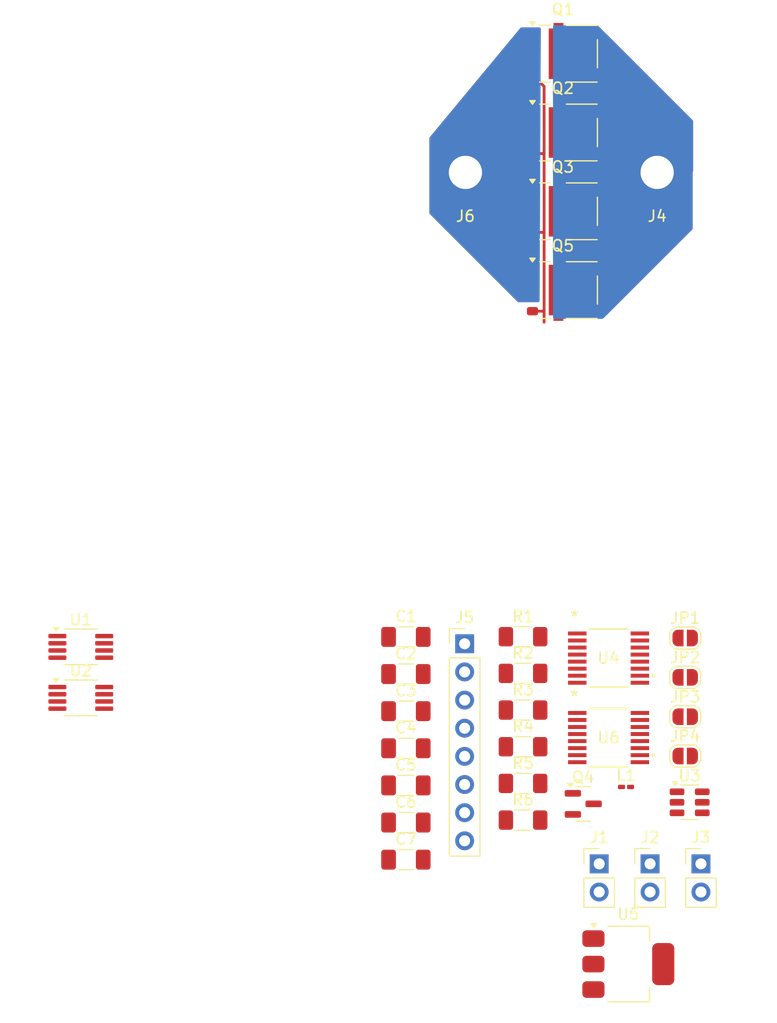
<source format=kicad_pcb>
(kicad_pcb (version 20241229) (generator "pcbnew") (generator_version "9.0")
  (layers (0 "F.Cu" signal) (2 "B.Cu" signal) (13 "F.Paste" user) (15 "B.Paste" user) (5 "F.SilkS" user "F.Silkscreen") (7 "B.SilkS" user "B.Silkscreen") (1 "F.Mask" user) (3 "B.Mask" user) (25 "Edge.Cuts" user))
  (net 0 "")
  (net 1 "Net-(U3-BST)")
  (net 2 "Net-(U3-SW)")
  (net 3 "Net-(J1-Pin_2)")
  (net 4 "GND")
  (net 5 "+5V")
  (net 6 "/Vio")
  (net 7 "Net-(J2-Pin_1)")
  (net 8 "Net-(J2-Pin_2)")
  (net 9 "Net-(J3-Pin_2)")
  (net 10 "Net-(J3-Pin_1)")
  (net 11 "/ADC2 SDO RDY")
  (net 12 "/SCK")
  (net 13 "/ADC2 CS")
  (net 14 "/ADC1 SDO RDY")
  (net 15 "/En{slash}Disable HS switch")
  (net 16 "/ADC1 CS")
  (net 17 "Net-(JP1-A)")
  (net 18 "Net-(JP2-B)")
  (net 19 "Net-(JP3-B)")
  (net 20 "Net-(JP4-A)")
  (net 21 "Net-(Q1-G)")
  (net 22 "/HS active")
  (net 23 "Net-(U4-EN1)")
  (net 24 "Net-(U4-EN2)")
  (net 25 "Net-(U6-EN2)")
  (net 27 "Net-(U1-SCK)")
  (net 28 "Net-(U1-SDO{slash}~{RDY})")
  (net 29 "Net-(U1-~{CS})")
  (net 30 "Net-(U2-SDO{slash}~{RDY})")
  (net 31 "Net-(U2-~{CS})")
  (net 37 "/+5Vref")
  (net 38 "/DCPS+")
  (net 39 "/HC out")
  (footprint "MountingHole:MountingHole_3mm_Pad_TopBottom" (layer "F.Cu") (at 129.6 64.080003 180)
    (property "Reference" "J4" (at 0 -3.95 0) (layer "F.SilkS"))
    (property "Value" "DCPS+")
    (pad "1" thru_hole circle (at 0 0 180) (size 3.4 3.4) (drill 3) (layers "*.Cu" "*.Mask") (net 38 "/DCPS+"))
    (pad "1" connect circle (at 0 0 180) (size 6 6) (layers "F.Cu" "F.Mask") (net 38 "/DCPS+"))
    (pad "1" connect circle (at 0 0 180) (size 6 6) (layers "B.Cu" "B.Mask") (net 38 "/DCPS+"))
  )
  (footprint "Capacitor_SMD:C_1206_3216Metric_Pad1.33x1.80mm_HandSolder" (layer "F.Cu") (at 106.93 112.7)
    (property "Reference" "C3" (at 0 -1.85 0) (layer "F.SilkS"))
    (property "Value" "22u")
    (fp_line (start -0.711252 -0.91) (end 0.711252 -0.91) (stroke (width 0.12)) (layer "F.SilkS"))
    (fp_line (start -0.711252 0.91) (end 0.711252 0.91) (stroke (width 0.12)) (layer "F.SilkS"))
    (pad "1" smd roundrect (at -1.5625 0) (size 1.325 1.8) (layers "F.Cu" "F.Mask" "F.Paste") (roundrect_rratio 0.188679) (net 4 "GND"))
    (pad "2" smd roundrect (at 1.5625 0) (size 1.325 1.8) (layers "F.Cu" "F.Mask" "F.Paste") (roundrect_rratio 0.188679) (net 5 "+5V"))
  )
  (footprint "Jumper:SolderJumper-2_P1.3mm_Open_RoundedPad1.0x1.5mm" (layer "F.Cu") (at 132.13 113.2)
    (property "Reference" "JP3" (at 0 -1.8 0) (layer "F.SilkS"))
    (property "Value" "SolderJumper_2_Open")
    (fp_line (start -1.4 0.3) (end -1.4 -0.3) (stroke (width 0.12)) (layer "F.SilkS"))
    (fp_line (start -0.7 -1) (end 0.7 -1) (stroke (width 0.12)) (layer "F.SilkS"))
    (fp_line (start 0.7 1) (end -0.7 1) (stroke (width 0.12)) (layer "F.SilkS"))
    (fp_line (start 1.4 -0.3) (end 1.4 0.3) (stroke (width 0.12)) (layer "F.SilkS"))
    (fp_arc (start -1.4 -0.3) (mid -1.194975 -0.794975) (end -0.7 -1) (stroke (width 0.12)) (layer "F.SilkS"))
    (fp_arc (start -0.7 1) (mid -1.194975 0.794975) (end -1.4 0.3) (stroke (width 0.12)) (layer "F.SilkS"))
    (fp_arc (start 0.7 -1) (mid 1.194975 -0.794975) (end 1.4 -0.3) (stroke (width 0.12)) (layer "F.SilkS"))
    (fp_arc (start 1.4 0.3) (mid 1.194975 0.794975) (end 0.7 1) (stroke (width 0.12)) (layer "F.SilkS"))
    (pad "1" smd custom (at -0.65 0) (size 1 0.5) (layers "F.Cu" "F.Mask") (net 7 "Net-(J2-Pin_1)") (options (clearance outline) (anchor rect)) (primitives (gr_circle (center 0 0.25) (end 0.5 0.25) (width 0) (fill yes)) (gr_circle (center 0 -0.25) (end 0.5 -0.25) (width 0) (fill yes)) (gr_poly (pts (xy 0.5 0.75) (xy 0 0.75) (xy 0 -0.75) (xy 0.5 -0.75)) (width 0) (fill yes))))
    (pad "2" smd custom (at 0.65 0) (size 1 0.5) (layers "F.Cu" "F.Mask") (net 19 "Net-(JP3-B)") (options (clearance outline) (anchor rect)) (primitives (gr_circle (center 0 0.25) (end 0.5 0.25) (width 0) (fill yes)) (gr_circle (center 0 -0.25) (end 0.5 -0.25) (width 0) (fill yes)) (gr_poly (pts (xy 0 0.75) (xy -0.5 0.75) (xy -0.5 -0.75) (xy 0 -0.75)) (width 0) (fill yes))))
  )
  (footprint "Jumper:SolderJumper-2_P1.3mm_Open_RoundedPad1.0x1.5mm" (layer "F.Cu") (at 132.13 106.1)
    (property "Reference" "JP1" (at 0 -1.8 0) (layer "F.SilkS"))
    (property "Value" "SolderJumper_2_Open")
    (fp_line (start -1.4 0.3) (end -1.4 -0.3) (stroke (width 0.12)) (layer "F.SilkS"))
    (fp_line (start -0.7 -1) (end 0.7 -1) (stroke (width 0.12)) (layer "F.SilkS"))
    (fp_line (start 0.7 1) (end -0.7 1) (stroke (width 0.12)) (layer "F.SilkS"))
    (fp_line (start 1.4 -0.3) (end 1.4 0.3) (stroke (width 0.12)) (layer "F.SilkS"))
    (fp_arc (start -1.4 -0.3) (mid -1.194975 -0.794975) (end -0.7 -1) (stroke (width 0.12)) (layer "F.SilkS"))
    (fp_arc (start -0.7 1) (mid -1.194975 0.794975) (end -1.4 0.3) (stroke (width 0.12)) (layer "F.SilkS"))
    (fp_arc (start 0.7 -1) (mid 1.194975 -0.794975) (end 1.4 -0.3) (stroke (width 0.12)) (layer "F.SilkS"))
    (fp_arc (start 1.4 0.3) (mid 1.194975 0.794975) (end 0.7 1) (stroke (width 0.12)) (layer "F.SilkS"))
    (pad "1" smd custom (at -0.65 0) (size 1 0.5) (layers "F.Cu" "F.Mask") (net 17 "Net-(JP1-A)") (options (clearance outline) (anchor rect)) (primitives (gr_circle (center 0 0.25) (end 0.5 0.25) (width 0) (fill yes)) (gr_circle (center 0 -0.25) (end 0.5 -0.25) (width 0) (fill yes)) (gr_poly (pts (xy 0.5 0.75) (xy 0 0.75) (xy 0 -0.75) (xy 0.5 -0.75)) (width 0) (fill yes))))
    (pad "2" smd custom (at 0.65 0) (size 1 0.5) (layers "F.Cu" "F.Mask") (net 9 "Net-(J3-Pin_2)") (options (clearance outline) (anchor rect)) (primitives (gr_circle (center 0 0.25) (end 0.5 0.25) (width 0) (fill yes)) (gr_circle (center 0 -0.25) (end 0.5 -0.25) (width 0) (fill yes)) (gr_poly (pts (xy 0 0.75) (xy -0.5 0.75) (xy -0.5 -0.75) (xy 0 -0.75)) (width 0) (fill yes))))
  )
  (footprint "Resistor_SMD:R_1206_3216Metric_Pad1.30x1.75mm_HandSolder" (layer "F.Cu") (at 117.5 115.91)
    (property "Reference" "R4" (at 0 -1.83 0) (layer "F.SilkS"))
    (property "Value" "~50k")
    (fp_line (start -0.727064 -0.91) (end 0.727064 -0.91) (stroke (width 0.12)) (layer "F.SilkS"))
    (fp_line (start -0.727064 0.91) (end 0.727064 0.91) (stroke (width 0.12)) (layer "F.SilkS"))
    (pad "1" smd roundrect (at -1.55 0) (size 1.3 1.75) (layers "F.Cu" "F.Mask" "F.Paste") (roundrect_rratio 0.192308) (net 25 "Net-(U6-EN2)"))
    (pad "2" smd roundrect (at 1.55 0) (size 1.3 1.75) (layers "F.Cu" "F.Mask" "F.Paste") (roundrect_rratio 0.192308) (net 5 "+5V"))
  )
  (footprint "Resistor_SMD:R_1206_3216Metric_Pad1.30x1.75mm_HandSolder" (layer "F.Cu") (at 117.5 119.22)
    (property "Reference" "R5" (at 0 -1.83 0) (layer "F.SilkS"))
    (property "Value" "~50k")
    (fp_line (start -0.727064 -0.91) (end 0.727064 -0.91) (stroke (width 0.12)) (layer "F.SilkS"))
    (fp_line (start -0.727064 0.91) (end 0.727064 0.91) (stroke (width 0.12)) (layer "F.SilkS"))
    (pad "1" smd roundrect (at -1.55 0) (size 1.3 1.75) (layers "F.Cu" "F.Mask" "F.Paste") (roundrect_rratio 0.192308) (net 6 "/Vio"))
    (pad "2" smd roundrect (at 1.55 0) (size 1.3 1.75) (layers "F.Cu" "F.Mask" "F.Paste") (roundrect_rratio 0.192308))
  )
  (footprint "Capacitor_SMD:C_1206_3216Metric_Pad1.33x1.80mm_HandSolder" (layer "F.Cu") (at 106.93 122.75)
    (property "Reference" "C6" (at 0 -1.85 0) (layer "F.SilkS"))
    (property "Value" "100n")
    (fp_line (start -0.711252 -0.91) (end 0.711252 -0.91) (stroke (width 0.12)) (layer "F.SilkS"))
    (fp_line (start -0.711252 0.91) (end 0.711252 0.91) (stroke (width 0.12)) (layer "F.SilkS"))
    (pad "1" smd roundrect (at -1.5625 0) (size 1.325 1.8) (layers "F.Cu" "F.Mask" "F.Paste") (roundrect_rratio 0.188679) (net 4 "GND"))
    (pad "2" smd roundrect (at 1.5625 0) (size 1.325 1.8) (layers "F.Cu" "F.Mask" "F.Paste") (roundrect_rratio 0.188679) (net 37 "/+5Vref"))
  )
  (footprint "Jumper:SolderJumper-2_P1.3mm_Open_RoundedPad1.0x1.5mm" (layer "F.Cu") (at 132.13 109.65)
    (property "Reference" "JP2" (at 0 -1.8 0) (layer "F.SilkS"))
    (property "Value" "SolderJumper_2_Open")
    (fp_line (start -1.4 0.3) (end -1.4 -0.3) (stroke (width 0.12)) (layer "F.SilkS"))
    (fp_line (start -0.7 -1) (end 0.7 -1) (stroke (width 0.12)) (layer "F.SilkS"))
    (fp_line (start 0.7 1) (end -0.7 1) (stroke (width 0.12)) (layer "F.SilkS"))
    (fp_line (start 1.4 -0.3) (end 1.4 0.3) (stroke (width 0.12)) (layer "F.SilkS"))
    (fp_arc (start -1.4 -0.3) (mid -1.194975 -0.794975) (end -0.7 -1) (stroke (width 0.12)) (layer "F.SilkS"))
    (fp_arc (start -0.7 1) (mid -1.194975 0.794975) (end -1.4 0.3) (stroke (width 0.12)) (layer "F.SilkS"))
    (fp_arc (start 0.7 -1) (mid 1.194975 -0.794975) (end 1.4 -0.3) (stroke (width 0.12)) (layer "F.SilkS"))
    (fp_arc (start 1.4 0.3) (mid 1.194975 0.794975) (end 0.7 1) (stroke (width 0.12)) (layer "F.SilkS"))
    (pad "1" smd custom (at -0.65 0) (size 1 0.5) (layers "F.Cu" "F.Mask") (net 10 "Net-(J3-Pin_1)") (options (clearance outline) (anchor rect)) (primitives (gr_circle (center 0 0.25) (end 0.5 0.25) (width 0) (fill yes)) (gr_circle (center 0 -0.25) (end 0.5 -0.25) (width 0) (fill yes)) (gr_poly (pts (xy 0.5 0.75) (xy 0 0.75) (xy 0 -0.75) (xy 0.5 -0.75)) (width 0) (fill yes))))
    (pad "2" smd custom (at 0.65 0) (size 1 0.5) (layers "F.Cu" "F.Mask") (net 18 "Net-(JP2-B)") (options (clearance outline) (anchor rect)) (primitives (gr_circle (center 0 0.25) (end 0.5 0.25) (width 0) (fill yes)) (gr_circle (center 0 -0.25) (end 0.5 -0.25) (width 0) (fill yes)) (gr_poly (pts (xy 0 0.75) (xy -0.5 0.75) (xy -0.5 -0.75) (xy 0 -0.75)) (width 0) (fill yes))))
  )
  (footprint "Package_SO:ONSemi_SO-8FL_488AA" (layer "F.Cu") (at 121.099998 60.480003)
    (property "Reference" "Q2" (at 0 -4 0) (layer "F.SilkS"))
    (property "Value" "NTMFS0D8N03C")
    (fp_line (start -1.11825 -2.56) (end -2.10325 -2.56) (stroke (width 0.12)) (layer "F.SilkS"))
    (fp_line (start -1.11825 2.56) (end -2.10325 2.56) (stroke (width 0.12)) (layer "F.SilkS"))
    (fp_line (start 3.07775 -2.559999) (end 0.30775 -2.559999) (stroke (width 0.12)) (layer "F.SilkS"))
    (fp_line (start 3.07775 2.559999) (end 0.30775 2.559999) (stroke (width 0.12)) (layer "F.SilkS"))
    (fp_line (start 3.10775 -1.270001) (end 3.10775 1.270001) (stroke (width 0.12)) (layer "F.SilkS"))
    (fp_poly (pts (xy -2.75 -2.55) (xy -2.51 -2.880001) (xy -2.99 -2.88) (xy -2.75 -2.55)) (stroke (width 0.12)) (fill yes) (layer "F.SilkS"))
    (pad "1" smd roundrect (at -2.747251 -1.905) (size 1 0.75) (layers "F.Cu" "F.Mask" "F.Paste") (net 39 "/HC out"))
    (pad "2" smd roundrect (at -2.74725 -0.635) (size 1 0.75) (layers "F.Cu" "F.Mask" "F.Paste") (net 39 "/HC out"))
    (pad "3" smd roundrect (at -2.74725 0.635) (size 1 0.75) (layers "F.Cu" "F.Mask" "F.Paste") (net 39 "/HC out"))
    (pad "4" smd roundrect (at -2.747251 1.905) (size 1 0.75) (layers "F.Cu" "F.Mask" "F.Paste") (net 21 "Net-(Q1-G)"))
    (pad "5" smd custom (at 0.745001 0) (size 4.055 4.56) (layers "F.Cu" "F.Mask" "F.Paste") (net 38 "/DCPS+") (options (clearance outline) (anchor rect)) (primitives (gr_poly (pts (xy -0.6975 -2.28) (xy 2.5025 -2.28) (xy 2.5025 -1.53) (xy 1.905 -1.53) (xy 1.905 1.53) (xy 2.5025 1.53) (xy 2.5025 2.28) (xy -0.6975 2.28) (xy -0.6975 2.775) (xy -1.6025 2.775) (xy -1.6025 -2.775) (xy -0.6975 -2.775)) (width 0) (fill yes))))
  )
  (footprint "Resistor_SMD:R_1206_3216Metric_Pad1.30x1.75mm_HandSolder" (layer "F.Cu") (at 117.5 122.53)
    (property "Reference" "R6" (at 0 -1.83 0) (layer "F.SilkS"))
    (property "Value" "~50k")
    (fp_line (start -0.727064 -0.91) (end 0.727064 -0.91) (stroke (width 0.12)) (layer "F.SilkS"))
    (fp_line (start -0.727064 0.91) (end 0.727064 0.91) (stroke (width 0.12)) (layer "F.SilkS"))
    (pad "1" smd roundrect (at -1.55 0) (size 1.3 1.75) (layers "F.Cu" "F.Mask" "F.Paste") (roundrect_rratio 0.192308) (net 4 "GND"))
    (pad "2" smd roundrect (at 1.55 0) (size 1.3 1.75) (layers "F.Cu" "F.Mask" "F.Paste") (roundrect_rratio 0.192308) (net 22 "/HS active"))
  )
  (footprint "Jumper:SolderJumper-2_P1.3mm_Open_RoundedPad1.0x1.5mm" (layer "F.Cu") (at 132.13 116.75)
    (property "Reference" "JP4" (at 0 -1.8 0) (layer "F.SilkS"))
    (property "Value" "SolderJumper_2_Open")
    (fp_line (start -1.4 0.3) (end -1.4 -0.3) (stroke (width 0.12)) (layer "F.SilkS"))
    (fp_line (start -0.7 -1) (end 0.7 -1) (stroke (width 0.12)) (layer "F.SilkS"))
    (fp_line (start 0.7 1) (end -0.7 1) (stroke (width 0.12)) (layer "F.SilkS"))
    (fp_line (start 1.4 -0.3) (end 1.4 0.3) (stroke (width 0.12)) (layer "F.SilkS"))
    (fp_arc (start -1.4 -0.3) (mid -1.194975 -0.794975) (end -0.7 -1) (stroke (width 0.12)) (layer "F.SilkS"))
    (fp_arc (start -0.7 1) (mid -1.194975 0.794975) (end -1.4 0.3) (stroke (width 0.12)) (layer "F.SilkS"))
    (fp_arc (start 0.7 -1) (mid 1.194975 -0.794975) (end 1.4 -0.3) (stroke (width 0.12)) (layer "F.SilkS"))
    (fp_arc (start 1.4 0.3) (mid 1.194975 0.794975) (end 0.7 1) (stroke (width 0.12)) (layer "F.SilkS"))
    (pad "1" smd custom (at -0.65 0) (size 1 0.5) (layers "F.Cu" "F.Mask") (net 20 "Net-(JP4-A)") (options (clearance outline) (anchor rect)) (primitives (gr_circle (center 0 0.25) (end 0.5 0.25) (width 0) (fill yes)) (gr_circle (center 0 -0.25) (end 0.5 -0.25) (width 0) (fill yes)) (gr_poly (pts (xy 0.5 0.75) (xy 0 0.75) (xy 0 -0.75) (xy 0.5 -0.75)) (width 0) (fill yes))))
    (pad "2" smd custom (at 0.65 0) (size 1 0.5) (layers "F.Cu" "F.Mask") (net 8 "Net-(J2-Pin_2)") (options (clearance outline) (anchor rect)) (primitives (gr_circle (center 0 0.25) (end 0.5 0.25) (width 0) (fill yes)) (gr_circle (center 0 -0.25) (end 0.5 -0.25) (width 0) (fill yes)) (gr_poly (pts (xy 0 0.75) (xy -0.5 0.75) (xy -0.5 -0.75) (xy 0 -0.75)) (width 0) (fill yes))))
  )
  (footprint "Package_TO_SOT_SMD:SOT-223-3_TabPin2" (layer "F.Cu") (at 127 135.525)
    (property "Reference" "U5" (at 0 -4.5 0) (layer "F.SilkS"))
    (property "Value" "AZ1117-5.0")
    (fp_line (start -1.85 -3.41) (end 1.91 -3.41) (stroke (width 0.12)) (layer "F.SilkS"))
    (fp_line (start -1.85 3.41) (end 1.91 3.41) (stroke (width 0.12)) (layer "F.SilkS"))
    (fp_line (start 1.91 -3.41) (end 1.91 -2.15) (stroke (width 0.12)) (layer "F.SilkS"))
    (fp_line (start 1.91 3.41) (end 1.91 2.15) (stroke (width 0.12)) (layer "F.SilkS"))
    (fp_poly (pts (xy -3.13 -3.31) (xy -3.37 -3.64) (xy -2.89 -3.64) (xy -3.13 -3.31)) (stroke (width 0.12)) (fill yes) (layer "F.SilkS"))
    (pad "1" smd roundrect (at -3.15 -2.3) (size 2 1.5) (layers "F.Cu" "F.Mask" "F.Paste") (net 4 "GND"))
    (pad "2" smd roundrect (at -3.15 0) (size 2 1.5) (layers "F.Cu" "F.Mask" "F.Paste") (net 37 "/+5Vref"))
    (pad "2" smd roundrect (at 3.15 0) (size 2 3.8) (layers "F.Cu" "F.Mask" "F.Paste") (net 37 "/+5Vref"))
    (pad "3" smd roundrect (at -3.15 2.3) (size 2 1.5) (layers "F.Cu" "F.Mask" "F.Paste") (net 5 "+5V"))
  )
  (footprint "Connector_PinHeader_2.54mm:PinHeader_1x02_P2.54mm_Vertical" (layer "F.Cu") (at 128.96 126.48)
    (property "Reference" "J2" (at 0 -2.38 0) (layer "F.SilkS"))
    (property "Value" "Conn_01x02_Pin")
    (fp_line (start -1.38 -1.38) (end 0 -1.38) (stroke (width 0.12)) (layer "F.SilkS"))
    (fp_line (start -1.38 0) (end -1.38 -1.38) (stroke (width 0.12)) (layer "F.SilkS"))
    (fp_line (start -1.38 1.27) (end -1.38 3.92) (stroke (width 0.12)) (layer "F.SilkS"))
    (fp_line (start -1.38 1.27) (end 1.38 1.27) (stroke (width 0.12)) (layer "F.SilkS"))
    (fp_line (start -1.38 3.92) (end 1.38 3.92) (stroke (width 0.12)) (layer "F.SilkS"))
    (fp_line (start 1.38 1.27) (end 1.38 3.92) (stroke (width 0.12)) (layer "F.SilkS"))
    (pad "1" thru_hole rect (at 0 0) (size 1.7 1.7) (drill 1) (layers "*.Cu" "*.Mask") (net 7 "Net-(J2-Pin_1)"))
    (pad "2" thru_hole circle (at 0 2.54) (size 1.7 1.7) (drill 1) (layers "*.Cu" "*.Mask") (net 8 "Net-(J2-Pin_2)"))
  )
  (footprint "Package_SO:ONSemi_SO-8FL_488AA" (layer "F.Cu") (at 121.1 74.7)
    (property "Reference" "Q5" (at 0 -4 0) (layer "F.SilkS"))
    (property "Value" "NTMFS0D8N03C")
    (fp_line (start -1.11825 -2.56) (end -2.10325 -2.56) (stroke (width 0.12)) (layer "F.SilkS"))
    (fp_line (start -1.11825 2.56) (end -2.10325 2.56) (stroke (width 0.12)) (layer "F.SilkS"))
    (fp_line (start 3.07775 -2.559999) (end 0.30775 -2.559999) (stroke (width 0.12)) (layer "F.SilkS"))
    (fp_line (start 3.07775 2.559999) (end 0.30775 2.559999) (stroke (width 0.12)) (layer "F.SilkS"))
    (fp_line (start 3.10775 -1.270001) (end 3.10775 1.270001) (stroke (width 0.12)) (layer "F.SilkS"))
    (fp_poly (pts (xy -2.75 -2.55) (xy -2.51 -2.880001) (xy -2.99 -2.88) (xy -2.75 -2.55)) (stroke (width 0.12)) (fill yes) (layer "F.SilkS"))
    (pad "1" smd roundrect (at -2.747251 -1.905) (size 1 0.75) (layers "F.Cu" "F.Mask" "F.Paste") (net 39 "/HC out"))
    (pad "2" smd roundrect (at -2.74725 -0.635) (size 1 0.75) (layers "F.Cu" "F.Mask" "F.Paste") (net 39 "/HC out"))
    (pad "3" smd roundrect (at -2.74725 0.635) (size 1 0.75) (layers "F.Cu" "F.Mask" "F.Paste") (net 39 "/HC out"))
    (pad "4" smd roundrect (at -2.747251 1.905) (size 1 0.75) (layers "F.Cu" "F.Mask" "F.Paste") (net 21 "Net-(Q1-G)"))
    (pad "5" smd custom (at 0.745001 0) (size 4.055 4.56) (layers "F.Cu" "F.Mask" "F.Paste") (net 38 "/DCPS+") (options (clearance outline) (anchor rect)) (primitives (gr_poly (pts (xy -0.6975 -2.28) (xy 2.5025 -2.28) (xy 2.5025 -1.53) (xy 1.905 -1.53) (xy 1.905 1.53) (xy 2.5025 1.53) (xy 2.5025 2.28) (xy -0.6975 2.28) (xy -0.6975 2.775) (xy -1.6025 2.775) (xy -1.6025 -2.775) (xy -0.6975 -2.775)) (width 0) (fill yes))))
  )
  (footprint "Resistor_SMD:R_1206_3216Metric_Pad1.30x1.75mm_HandSolder" (layer "F.Cu") (at 117.5 112.6)
    (property "Reference" "R3" (at 0 -1.83 0) (layer "F.SilkS"))
    (property "Value" "~50k")
    (fp_line (start -0.727064 -0.91) (end 0.727064 -0.91) (stroke (width 0.12)) (layer "F.SilkS"))
    (fp_line (start -0.727064 0.91) (end 0.727064 0.91) (stroke (width 0.12)) (layer "F.SilkS"))
    (pad "1" smd roundrect (at -1.55 0) (size 1.3 1.75) (layers "F.Cu" "F.Mask" "F.Paste") (roundrect_rratio 0.192308) (net 6 "/Vio"))
    (pad "2" smd roundrect (at 1.55 0) (size 1.3 1.75) (layers "F.Cu" "F.Mask" "F.Paste") (roundrect_rratio 0.192308) (net 24 "Net-(U4-EN2)"))
  )
  (footprint "Package_TO_SOT_SMD:TSOT-23-6" (layer "F.Cu") (at 132.53 120.925)
    (property "Reference" "U3" (at 0 -2.4 0) (layer "F.SilkS"))
    (property "Value" "AP63205WU")
    (fp_line (start 0 -1.56) (end -0.8 -1.56) (stroke (width 0.12)) (layer "F.SilkS"))
    (fp_line (start 0 -1.56) (end 0.8 -1.56) (stroke (width 0.12)) (layer "F.SilkS"))
    (fp_line (start 0 1.56) (end -0.8 1.56) (stroke (width 0.12)) (layer "F.SilkS"))
    (fp_line (start 0 1.56) (end 0.8 1.56) (stroke (width 0.12)) (layer "F.SilkS"))
    (fp_poly (pts (xy -1.3 -1.51) (xy -1.54 -1.84) (xy -1.06 -1.84)) (stroke (width 0.12)) (fill yes) (layer "F.SilkS"))
    (pad "1" smd roundrect (at -1.1375 -0.95) (size 1.325 0.6) (layers "F.Cu" "F.Mask" "F.Paste") (net 5 "+5V"))
    (pad "2" smd roundrect (at -1.1375 0) (size 1.325 0.6) (layers "F.Cu" "F.Mask" "F.Paste") (net 3 "Net-(J1-Pin_2)"))
    (pad "3" smd roundrect (at -1.1375 0.95) (size 1.325 0.6) (layers "F.Cu" "F.Mask" "F.Paste") (net 3 "Net-(J1-Pin_2)"))
    (pad "4" smd roundrect (at 1.1375 0.95) (size 1.325 0.6) (layers "F.Cu" "F.Mask" "F.Paste") (net 4 "GND"))
    (pad "5" smd roundrect (at 1.1375 0) (size 1.325 0.6) (layers "F.Cu" "F.Mask" "F.Paste") (net 2 "Net-(U3-SW)"))
    (pad "6" smd roundrect (at 1.1375 -0.95) (size 1.325 0.6) (layers "F.Cu" "F.Mask" "F.Paste") (net 1 "Net-(U3-BST)"))
  )
  (footprint "Resistor_SMD:R_1206_3216Metric_Pad1.30x1.75mm_HandSolder" (layer "F.Cu") (at 117.5 109.29)
    (property "Reference" "R2" (at 0 -1.83 0) (layer "F.SilkS"))
    (property "Value" "~50k")
    (fp_line (start -0.727064 -0.91) (end 0.727064 -0.91) (stroke (width 0.12)) (layer "F.SilkS"))
    (fp_line (start -0.727064 0.91) (end 0.727064 0.91) (stroke (width 0.12)) (layer "F.SilkS"))
    (pad "1" smd roundrect (at -1.55 0) (size 1.3 1.75) (layers "F.Cu" "F.Mask" "F.Paste") (roundrect_rratio 0.192308) (net 23 "Net-(U4-EN1)"))
    (pad "2" smd roundrect (at 1.55 0) (size 1.3 1.75) (layers "F.Cu" "F.Mask" "F.Paste") (roundrect_rratio 0.192308) (net 5 "+5V"))
  )
  (footprint "Resistor_SMD:R_1206_3216Metric_Pad1.30x1.75mm_HandSolder" (layer "F.Cu") (at 117.5 105.98)
    (property "Reference" "R1" (at 0 -1.83 0) (layer "F.SilkS"))
    (property "Value" "~50k")
    (fp_line (start -0.727064 -0.91) (end 0.727064 -0.91) (stroke (width 0.12)) (layer "F.SilkS"))
    (fp_line (start -0.727064 0.91) (end 0.727064 0.91) (stroke (width 0.12)) (layer "F.SilkS"))
    (pad "1" smd roundrect (at -1.55 0) (size 1.3 1.75) (layers "F.Cu" "F.Mask" "F.Paste") (roundrect_rratio 0.192308) (net 21 "Net-(Q1-G)"))
    (pad "2" smd roundrect (at 1.55 0) (size 1.3 1.75) (layers "F.Cu" "F.Mask" "F.Paste") (roundrect_rratio 0.192308) (net 4 "GND"))
  )
  (footprint "Package_SO:ONSemi_SO-8FL_488AA" (layer "F.Cu") (at 121.099999 67.590001)
    (property "Reference" "Q3" (at 0 -4 0) (layer "F.SilkS"))
    (property "Value" "NTMFS0D8N03C")
    (fp_line (start -1.11825 -2.56) (end -2.10325 -2.56) (stroke (width 0.12)) (layer "F.SilkS"))
    (fp_line (start -1.11825 2.56) (end -2.10325 2.56) (stroke (width 0.12)) (layer "F.SilkS"))
    (fp_line (start 3.07775 -2.559999) (end 0.30775 -2.559999) (stroke (width 0.12)) (layer "F.SilkS"))
    (fp_line (start 3.07775 2.559999) (end 0.30775 2.559999) (stroke (width 0.12)) (layer "F.SilkS"))
    (fp_line (start 3.10775 -1.270001) (end 3.10775 1.270001) (stroke (width 0.12)) (layer "F.SilkS"))
    (fp_poly (pts (xy -2.75 -2.55) (xy -2.51 -2.880001) (xy -2.99 -2.88) (xy -2.75 -2.55)) (stroke (width 0.12)) (fill yes) (layer "F.SilkS"))
    (pad "1" smd roundrect (at -2.747251 -1.905) (size 1 0.75) (layers "F.Cu" "F.Mask" "F.Paste") (net 39 "/HC out"))
    (pad "2" smd roundrect (at -2.74725 -0.635) (size 1 0.75) (layers "F.Cu" "F.Mask" "F.Paste") (net 39 "/HC out"))
    (pad "3" smd roundrect (at -2.74725 0.635) (size 1 0.75) (layers "F.Cu" "F.Mask" "F.Paste") (net 39 "/HC out"))
    (pad "4" smd roundrect (at -2.747251 1.905) (size 1 0.75) (layers "F.Cu" "F.Mask" "F.Paste") (net 21 "Net-(Q1-G)"))
    (pad "5" smd custom (at 0.745001 0) (size 4.055 4.56) (layers "F.Cu" "F.Mask" "F.Paste") (net 38 "/DCPS+") (options (clearance outline) (anchor rect)) (primitives (gr_poly (pts (xy -0.6975 -2.28) (xy 2.5025 -2.28) (xy 2.5025 -1.53) (xy 1.905 -1.53) (xy 1.905 1.53) (xy 2.5025 1.53) (xy 2.5025 2.28) (xy -0.6975 2.28) (xy -0.6975 2.775) (xy -1.6025 2.775) (xy -1.6025 -2.775) (xy -0.6975 -2.775)) (width 0) (fill yes))))
  )
  (footprint "Connector_PinHeader_2.54mm:PinHeader_1x08_P2.54mm_Vertical" (layer "F.Cu") (at 112.23 106.62)
    (property "Reference" "J5" (at 0 -2.38 0) (layer "F.SilkS"))
    (property "Value" "Conn_01x08_Pin")
    (fp_line (start -1.38 -1.38) (end 0 -1.38) (stroke (width 0.12)) (layer "F.SilkS"))
    (fp_line (start -1.38 0) (end -1.38 -1.38) (stroke (width 0.12)) (layer "F.SilkS"))
    (fp_line (start -1.38 1.27) (end -1.38 19.16) (stroke (width 0.12)) (layer "F.SilkS"))
    (fp_line (start -1.38 1.27) (end 1.38 1.27) (stroke (width 0.12)) (layer "F.SilkS"))
    (fp_line (start -1.38 19.16) (end 1.38 19.16) (stroke (width 0.12)) (layer "F.SilkS"))
    (fp_line (start 1.38 1.27) (end 1.38 19.16) (stroke (width 0.12)) (layer "F.SilkS"))
    (pad "1" thru_hole rect (at 0 0) (size 1.7 1.7) (drill 1) (layers "*.Cu" "*.Mask") (net 6 "/Vio"))
    (pad "2" thru_hole circle (at 0 2.54) (size 1.7 1.7) (drill 1) (layers "*.Cu" "*.Mask") (net 4 "GND"))
    (pad "3" thru_hole circle (at 0 5.08) (size 1.7 1.7) (drill 1) (layers "*.Cu" "*.Mask") (net 11 "/ADC2 SDO RDY"))
    (pad "4" thru_hole circle (at 0 7.62) (size 1.7 1.7) (drill 1) (layers "*.Cu" "*.Mask") (net 14 "/ADC1 SDO RDY"))
    (pad "5" thru_hole circle (at 0 10.16) (size 1.7 1.7) (drill 1) (layers "*.Cu" "*.Mask") (net 12 "/SCK"))
    (pad "6" thru_hole circle (at 0 12.7) (size 1.7 1.7) (drill 1) (layers "*.Cu" "*.Mask") (net 13 "/ADC2 CS"))
    (pad "7" thru_hole circle (at 0 15.24) (size 1.7 1.7) (drill 1) (layers "*.Cu" "*.Mask") (net 16 "/ADC1 CS"))
    (pad "8" thru_hole circle (at 0 17.78) (size 1.7 1.7) (drill 1) (layers "*.Cu" "*.Mask") (net 15 "/En{slash}Disable HS switch"))
  )
  (footprint "Capacitor_SMD:C_1206_3216Metric_Pad1.33x1.80mm_HandSolder" (layer "F.Cu") (at 106.93 116.05)
    (property "Reference" "C4" (at 0 -1.85 0) (layer "F.SilkS"))
    (property "Value" "22u")
    (fp_line (start -0.711252 -0.91) (end 0.711252 -0.91) (stroke (width 0.12)) (layer "F.SilkS"))
    (fp_line (start -0.711252 0.91) (end 0.711252 0.91) (stroke (width 0.12)) (layer "F.SilkS"))
    (pad "1" smd roundrect (at -1.5625 0) (size 1.325 1.8) (layers "F.Cu" "F.Mask" "F.Paste") (roundrect_rratio 0.188679) (net 4 "GND"))
    (pad "2" smd roundrect (at 1.5625 0) (size 1.325 1.8) (layers "F.Cu" "F.Mask" "F.Paste") (roundrect_rratio 0.188679) (net 5 "+5V"))
  )
  (footprint "Package_SO:MSOP-8_3x3mm_P0.65mm" (layer "F.Cu") (at 77.6 111.5)
    (property "Reference" "U2" (at 0 -2.45 0) (layer "F.SilkS"))
    (property "Value" "MCP3550-50-EMS")
    (fp_line (start 0 -1.61) (end -1.5 -1.61) (stroke (width 0.12)) (layer "F.SilkS"))
    (fp_line (start 0 -1.61) (end 1.5 -1.61) (stroke (width 0.12)) (layer "F.SilkS"))
    (fp_line (start 0 1.61) (end -1.5 1.61) (stroke (width 0.12)) (layer "F.SilkS"))
    (fp_line (start 0 1.61) (end 1.5 1.61) (stroke (width 0.12)) (layer "F.SilkS"))
    (fp_poly (pts (xy -2.2125 -1.435) (xy -2.4525 -1.765) (xy -1.9725 -1.765)) (stroke (width 0.12)) (fill yes) (layer "F.SilkS"))
    (pad "1" smd roundrect (at -2.1125 -0.975) (size 1.625 0.4) (layers "F.Cu" "F.Mask" "F.Paste") (net 37 "/+5Vref"))
    (pad "2" smd roundrect (at -2.1125 -0.325) (size 1.625 0.4) (layers "F.Cu" "F.Mask" "F.Paste") (net 20 "Net-(JP4-A)"))
    (pad "3" smd roundrect (at -2.1125 0.325) (size 1.625 0.4) (layers "F.Cu" "F.Mask" "F.Paste") (net 19 "Net-(JP3-B)"))
    (pad "4" smd roundrect (at -2.1125 0.975) (size 1.625 0.4) (layers "F.Cu" "F.Mask" "F.Paste") (net 4 "GND"))
    (pad "5" smd roundrect (at 2.1125 0.975) (size 1.625 0.4) (layers "F.Cu" "F.Mask" "F.Paste") (net 27 "Net-(U1-SCK)"))
    (pad "6" smd roundrect (at 2.1125 0.325) (size 1.625 0.4) (layers "F.Cu" "F.Mask" "F.Paste") (net 30 "Net-(U2-SDO{slash}~{RDY})"))
    (pad "7" smd roundrect (at 2.1125 -0.325) (size 1.625 0.4) (layers "F.Cu" "F.Mask" "F.Paste") (net 31 "Net-(U2-~{CS})"))
    (pad "8" smd roundrect (at 2.1125 -0.975) (size 1.625 0.4) (layers "F.Cu" "F.Mask" "F.Paste") (net 5 "+5V"))
  )
  (footprint "Inductor_SMD:L_0201_0603Metric_Pad0.64x0.40mm_HandSolder" (layer "F.Cu") (at 126.79 119.54)
    (property "Reference" "L1" (at 0 -1.05 0) (layer "F.SilkS"))
    (property "Value" "4.7u")
    (pad "1" smd roundrect (at -0.4075 0) (size 0.635 0.4) (layers "F.Cu" "F.Mask") (net 1 "Net-(U3-BST)"))
    (pad "2" smd roundrect (at 0.4075 0) (size 0.635 0.4) (layers "F.Cu" "F.Mask") (net 5 "+5V"))
  )
  (footprint "Package_SO:ONSemi_SO-8FL_488AA" (layer "F.Cu") (at 121.1 53.370001)
    (property "Reference" "Q1" (at 0 -4 0) (layer "F.SilkS"))
    (property "Value" "NTMFS0D8N03C")
    (fp_line (start -1.11825 -2.56) (end -2.10325 -2.56) (stroke (width 0.12)) (layer "F.SilkS"))
    (fp_line (start -1.11825 2.56) (end -2.10325 2.56) (stroke (width 0.12)) (layer "F.SilkS"))
    (fp_line (start 3.07775 -2.559999) (end 0.30775 -2.559999) (stroke (width 0.12)) (layer "F.SilkS"))
    (fp_line (start 3.07775 2.559999) (end 0.30775 2.559999) (stroke (width 0.12)) (layer "F.SilkS"))
    (fp_line (start 3.10775 -1.270001) (end 3.10775 1.270001) (stroke (width 0.12)) (layer "F.SilkS"))
    (fp_poly (pts (xy -2.75 -2.55) (xy -2.51 -2.880001) (xy -2.99 -2.88) (xy -2.75 -2.55)) (stroke (width 0.12)) (fill yes) (layer "F.SilkS"))
    (pad "1" smd roundrect (at -2.747251 -1.905) (size 1 0.75) (layers "F.Cu" "F.Mask" "F.Paste") (net 39 "/HC out"))
    (pad "2" smd roundrect (at -2.74725 -0.635) (size 1 0.75) (layers "F.Cu" "F.Mask" "F.Paste") (net 39 "/HC out"))
    (pad "3" smd roundrect (at -2.74725 0.635) (size 1 0.75) (layers "F.Cu" "F.Mask" "F.Paste") (net 39 "/HC out"))
    (pad "4" smd roundrect (at -2.747251 1.905) (size 1 0.75) (layers "F.Cu" "F.Mask" "F.Paste") (net 21 "Net-(Q1-G)"))
    (pad "5" smd custom (at 0.745001 0) (size 4.055 4.56) (layers "F.Cu" "F.Mask" "F.Paste") (net 38 "/DCPS+") (options (clearance outline) (anchor rect)) (primitives (gr_poly (pts (xy -0.6975 -2.28) (xy 2.5025 -2.28) (xy 2.5025 -1.53) (xy 1.905 -1.53) (xy 1.905 1.53) (xy 2.5025 1.53) (xy 2.5025 2.28) (xy -0.6975 2.28) (xy -0.6975 2.775) (xy -1.6025 2.775) (xy -1.6025 -2.775) (xy -0.6975 -2.775)) (width 0) (fill yes))))
  )
  (footprint "MountingHole:MountingHole_3mm_Pad_TopBottom" (layer "F.Cu") (at 112.299999 64.080003 180)
    (property "Reference" "J6" (at 0 -3.95 0) (layer "F.SilkS"))
    (property "Value" "~")
    (pad "1" thru_hole circle (at 0 0 180) (size 3.4 3.4) (drill 3) (layers "*.Cu" "*.Mask") (net 39 "/HC out"))
    (pad "1" connect circle (at 0 0 180) (size 6 6) (layers "F.Cu" "F.Mask") (net 39 "/HC out"))
    (pad "1" connect circle (at 0 0 180) (size 6 6) (layers "B.Cu" "B.Mask") (net 39 "/HC out"))
  )
  (footprint "Package_SO:MSOP-8_3x3mm_P0.65mm" (layer "F.Cu") (at 77.6 106.9)
    (property "Reference" "U1" (at 0 -2.45 0) (layer "F.SilkS"))
    (property "Value" "MCP3550-50-EMS")
    (fp_line (start 0 -1.61) (end -1.5 -1.61) (stroke (width 0.12)) (layer "F.SilkS"))
    (fp_line (start 0 -1.61) (end 1.5 -1.61) (stroke (width 0.12)) (layer "F.SilkS"))
    (fp_line (start 0 1.61) (end -1.5 1.61) (stroke (width 0.12)) (layer "F.SilkS"))
    (fp_line (start 0 1.61) (end 1.5 1.61) (stroke (width 0.12)) (layer "F.SilkS"))
    (fp_poly (pts (xy -2.2125 -1.435) (xy -2.4525 -1.765) (xy -1.9725 -1.765)) (stroke (width 0.12)) (fill yes) (layer "F.SilkS"))
    (pad "1" smd roundrect (at -2.1125 -0.975) (size 1.625 0.4) (layers "F.Cu" "F.Mask" "F.Paste") (net 37 "/+5Vref"))
    (pad "2" smd roundrect (at -2.1125 -0.325) (size 1.625 0.4) (layers "F.Cu" "F.Mask" "F.Paste") (net 17 "Net-(JP1-A)"))
    (pad "3" smd roundrect (at -2.1125 0.325) (size 1.625 0.4) (layers "F.Cu" "F.Mask" "F.Paste") (net 18 "Net-(JP2-B)"))
    (pad "4" smd roundrect (at -2.1125 0.975) (size 1.625 0.4) (layers "F.Cu" "F.Mask" "F.Paste") (net 4 "GND"))
    (pad "5" smd roundrect (at 2.1125 0.975) (size 1.625 0.4) (layers "F.Cu" "F.Mask" "F.Paste") (net 27 "Net-(U1-SCK)"))
    (pad "6" smd roundrect (at 2.1125 0.325) (size 1.625 0.4) (layers "F.Cu" "F.Mask" "F.Paste") (net 28 "Net-(U1-SDO{slash}~{RDY})"))
    (pad "7" smd roundrect (at 2.1125 -0.325) (size 1.625 0.4) (layers "F.Cu" "F.Mask" "F.Paste") (net 29 "Net-(U1-~{CS})"))
    (pad "8" smd roundrect (at 2.1125 -0.975) (size 1.625 0.4) (layers "F.Cu" "F.Mask" "F.Paste") (net 5 "+5V"))
  )
  (footprint "Package_TO_SOT_SMD:SOT-23" (layer "F.Cu") (at 122.93 121.065)
    (property "Reference" "Q4" (at 0 -2.4 0) (layer "F.SilkS"))
    (property "Value" "2N7002K")
    (fp_line (start 0 -1.56) (end -0.65 -1.56) (stroke (width 0.12)) (layer "F.SilkS"))
    (fp_line (start 0 -1.56) (end 0.65 -1.56) (stroke (width 0.12)) (layer "F.SilkS"))
    (fp_line (start 0 1.56) (end -0.65 1.56) (stroke (width 0.12)) (layer "F.SilkS"))
    (fp_line (start 0 1.56) (end 0.65 1.56) (stroke (width 0.12)) (layer "F.SilkS"))
    (fp_poly (pts (xy -1.1625 -1.51) (xy -1.4025 -1.84) (xy -0.9225 -1.84)) (stroke (width 0.12)) (fill yes) (layer "F.SilkS"))
    (pad "1" smd roundrect (at -0.9375 -0.95) (size 1.475 0.6) (layers "F.Cu" "F.Mask" "F.Paste") (net 22 "/HS active"))
    (pad "2" smd roundrect (at -0.9375 0.95) (size 1.475 0.6) (layers "F.Cu" "F.Mask" "F.Paste") (net 21 "Net-(Q1-G)"))
    (pad "3" smd roundrect (at 0.9375 0) (size 1.475 0.6) (layers "F.Cu" "F.Mask" "F.Paste") (net 5 "+5V"))
  )
  (footprint "Capacitor_SMD:C_1206_3216Metric_Pad1.33x1.80mm_HandSolder" (layer "F.Cu") (at 106.93 119.4)
    (property "Reference" "C5" (at 0 -1.85 0) (layer "F.SilkS"))
    (property "Value" "22u")
    (fp_line (start -0.711252 -0.91) (end 0.711252 -0.91) (stroke (width 0.12)) (layer "F.SilkS"))
    (fp_line (start -0.711252 0.91) (end 0.711252 0.91) (stroke (width 0.12)) (layer "F.SilkS"))
    (pad "1" smd roundrect (at -1.5625 0) (size 1.325 1.8) (layers "F.Cu" "F.Mask" "F.Paste") (roundrect_rratio 0.188679) (net 5 "+5V"))
    (pad "2" smd roundrect (at 1.5625 0) (size 1.325 1.8) (layers "F.Cu" "F.Mask" "F.Paste") (roundrect_rratio 0.188679) (net 4 "GND"))
  )
  (footprint "Capacitor_SMD:C_1206_3216Metric_Pad1.33x1.80mm_HandSolder" (layer "F.Cu") (at 106.93 126.1)
    (property "Reference" "C7" (at 0 -1.85 0) (layer "F.SilkS"))
    (property "Value" "22u")
    (fp_line (start -0.711252 -0.91) (end 0.711252 -0.91) (stroke (width 0.12)) (layer "F.SilkS"))
    (fp_line (start -0.711252 0.91) (end 0.711252 0.91) (stroke (width 0.12)) (layer "F.SilkS"))
    (pad "1" smd roundrect (at -1.5625 0) (size 1.325 1.8) (layers "F.Cu" "F.Mask" "F.Paste") (roundrect_rratio 0.188679) (net 6 "/Vio"))
    (pad "2" smd roundrect (at 1.5625 0) (size 1.325 1.8) (layers "F.Cu" "F.Mask" "F.Paste") (roundrect_rratio 0.188679) (net 4 "GND"))
  )
  (footprint "Connector_PinHeader_2.54mm:PinHeader_1x02_P2.54mm_Vertical" (layer "F.Cu") (at 133.55 126.48)
    (property "Reference" "J3" (at 0 -2.38 0) (layer "F.SilkS"))
    (property "Value" "Conn_01x02_Pin")
    (fp_line (start -1.38 -1.38) (end 0 -1.38) (stroke (width 0.12)) (layer "F.SilkS"))
    (fp_line (start -1.38 0) (end -1.38 -1.38) (stroke (width 0.12)) (layer "F.SilkS"))
    (fp_line (start -1.38 1.27) (end -1.38 3.92) (stroke (width 0.12)) (layer "F.SilkS"))
    (fp_line (start -1.38 1.27) (end 1.38 1.27) (stroke (width 0.12)) (layer "F.SilkS"))
    (fp_line (start -1.38 3.92) (end 1.38 3.92) (stroke (width 0.12)) (layer "F.SilkS"))
    (fp_line (start 1.38 1.27) (end 1.38 3.92) (stroke (width 0.12)) (layer "F.SilkS"))
    (pad "1" thru_hole rect (at 0 0) (size 1.7 1.7) (drill 1) (layers "*.Cu" "*.Mask") (net 10 "Net-(J3-Pin_1)"))
    (pad "2" thru_hole circle (at 0 2.54) (size 1.7 1.7) (drill 1) (layers "*.Cu" "*.Mask") (net 9 "Net-(J3-Pin_2)"))
  )
  (footprint "Connector_PinHeader_2.54mm:PinHeader_1x02_P2.54mm_Vertical" (layer "F.Cu") (at 124.37 126.48)
    (property "Reference" "J1" (at 0 -2.38 0) (layer "F.SilkS"))
    (property "Value" "Conn_01x02_Pin")
    (fp_line (start -1.38 -1.38) (end 0 -1.38) (stroke (width 0.12)) (layer "F.SilkS"))
    (fp_line (start -1.38 0) (end -1.38 -1.38) (stroke (width 0.12)) (layer "F.SilkS"))
    (fp_line (start -1.38 1.27) (end -1.38 3.92) (stroke (width 0.12)) (layer "F.SilkS"))
    (fp_line (start -1.38 1.27) (end 1.38 1.27) (stroke (width 0.12)) (layer "F.SilkS"))
    (fp_line (start -1.38 3.92) (end 1.38 3.92) (stroke (width 0.12)) (layer "F.SilkS"))
    (fp_line (start 1.38 1.27) (end 1.38 3.92) (stroke (width 0.12)) (layer "F.SilkS"))
    (pad "1" thru_hole rect (at 0 0) (size 1.7 1.7) (drill 1) (layers "*.Cu" "*.Mask") (net 4 "GND"))
    (pad "2" thru_hole circle (at 0 2.54) (size 1.7 1.7) (drill 1) (layers "*.Cu" "*.Mask") (net 3 "Net-(J1-Pin_2)"))
  )
  (footprint "Capacitor_SMD:C_1206_3216Metric_Pad1.33x1.80mm_HandSolder" (layer "F.Cu") (at 106.93 109.35)
    (property "Reference" "C2" (at 0 -1.85 0) (layer "F.SilkS"))
    (property "Value" "10u")
    (fp_line (start -0.711252 -0.91) (end 0.711252 -0.91) (stroke (width 0.12)) (layer "F.SilkS"))
    (fp_line (start -0.711252 0.91) (end 0.711252 0.91) (stroke (width 0.12)) (layer "F.SilkS"))
    (pad "1" smd roundrect (at -1.5625 0) (size 1.325 1.8) (layers "F.Cu" "F.Mask" "F.Paste") (roundrect_rratio 0.188679) (net 4 "GND"))
    (pad "2" smd roundrect (at 1.5625 0) (size 1.325 1.8) (layers "F.Cu" "F.Mask" "F.Paste") (roundrect_rratio 0.188679) (net 3 "Net-(J1-Pin_2)"))
  )
  (footprint "Capacitor_SMD:C_1206_3216Metric_Pad1.33x1.80mm_HandSolder" (layer "F.Cu") (at 106.93 106)
    (property "Reference" "C1" (at 0 -1.85 0) (layer "F.SilkS"))
    (property "Value" "100n")
    (fp_line (start -0.711252 -0.91) (end 0.711252 -0.91) (stroke (width 0.12)) (layer "F.SilkS"))
    (fp_line (start -0.711252 0.91) (end 0.711252 0.91) (stroke (width 0.12)) (layer "F.SilkS"))
    (pad "1" smd roundrect (at -1.5625 0) (size 1.325 1.8) (layers "F.Cu" "F.Mask" "F.Paste") (roundrect_rratio 0.188679) (net 2 "Net-(U3-SW)"))
    (pad "2" smd roundrect (at 1.5625 0) (size 1.325 1.8) (layers "F.Cu" "F.Mask" "F.Paste") (roundrect_rratio 0.188679) (net 1 "Net-(U3-BST)"))
  )
  (footprint "HC_ohm_tester:DBQ16_TEX-M" (layer "F.Cu") (at 125.2168 115.0833)
    (property "Reference" "U6" (at 0 0 0) (layer "F.SilkS"))
    (property "Value" "ISO7730FQDBQQ1")
    (fp_line (start -1.752119 2.6289) (end 1.752119 2.6289) (stroke (width 0.1524)) (layer "F.SilkS"))
    (fp_line (start 1.752119 -2.6289) (end -1.752119 -2.6289) (stroke (width 0.1524)) (layer "F.SilkS"))
    (fp_poly (pts (xy 4.1656 1.397) (xy 4.1656 1.778) (xy 3.9116 1.778) (xy 3.9116 1.397)) (fill yes) (layer "F.SilkS"))
    (fp_text user "*" (at -3.07975 -3.7211 0) (layer "F.SilkS"))
    (fp_text user "*" (at -3.07975 -3.7211 0) (layer "F.SilkS"))
    (pad "1" smd rect (at -2.82575 -2.2225) (size 1.6637 0.3556) (layers "F.Cu" "F.Mask" "F.Paste") (net 6 "/Vio"))
    (pad "2" smd rect (at -2.82575 -1.5875) (size 1.6637 0.3556) (layers "F.Cu" "F.Mask" "F.Paste") (net 4 "GND"))
    (pad "3" smd rect (at -2.82575 -0.9525) (size 1.6637 0.3556) (layers "F.Cu" "F.Mask" "F.Paste") (net 13 "/ADC2 CS"))
    (pad "4" smd rect (at -2.82575 -0.3175) (size 1.6637 0.3556) (layers "F.Cu" "F.Mask" "F.Paste") (net 16 "/ADC1 CS"))
    (pad "5" smd rect (at -2.82575 0.3175) (size 1.6637 0.3556) (layers "F.Cu" "F.Mask" "F.Paste") (net 15 "/En{slash}Disable HS switch"))
    (pad "6" smd rect (at -2.82575 0.9525) (size 1.6637 0.3556) (layers "F.Cu" "F.Mask" "F.Paste"))
    (pad "7" smd rect (at -2.82575 1.5875) (size 1.6637 0.3556) (layers "F.Cu" "F.Mask" "F.Paste"))
    (pad "8" smd rect (at -2.82575 2.2225) (size 1.6637 0.3556) (layers "F.Cu" "F.Mask" "F.Paste") (net 4 "GND"))
    (pad "9" smd rect (at 2.82575 2.2225) (size 1.6637 0.3556) (layers "F.Cu" "F.Mask" "F.Paste") (net 4 "GND"))
    (pad "10" smd rect (at 2.82575 1.5875) (size 1.6637 0.3556) (layers "F.Cu" "F.Mask" "F.Paste") (net 25 "Net-(U6-EN2)"))
    (pad "11" smd rect (at 2.82575 0.9525) (size 1.6637 0.3556) (layers "F.Cu" "F.Mask" "F.Paste"))
    (pad "12" smd rect (at 2.82575 0.3175) (size 1.6637 0.3556) (layers "F.Cu" "F.Mask" "F.Paste") (net 22 "/HS active"))
    (pad "13" smd rect (at 2.82575 -0.3175) (size 1.6637 0.3556) (layers "F.Cu" "F.Mask" "F.Paste") (net 29 "Net-(U1-~{CS})"))
    (pad "14" smd rect (at 2.82575 -0.9525) (size 1.6637 0.3556) (layers "F.Cu" "F.Mask" "F.Paste") (net 31 "Net-(U2-~{CS})"))
    (pad "15" smd rect (at 2.82575 -1.5875) (size 1.6637 0.3556) (layers "F.Cu" "F.Mask" "F.Paste") (net 4 "GND"))
    (pad "16" smd rect (at 2.82575 -2.2225) (size 1.6637 0.3556) (layers "F.Cu" "F.Mask" "F.Paste") (net 5 "+5V"))
  )
  (footprint "HC_ohm_tester:DBQ16_TEX-M" (layer "F.Cu") (at 125.2168 107.9111)
    (property "Reference" "U4" (at 0 0 0) (layer "F.SilkS"))
    (property "Value" "ISO7731FQDBQQ1")
    (fp_line (start -1.752119 2.6289) (end 1.752119 2.6289) (stroke (width 0.1524)) (layer "F.SilkS"))
    (fp_line (start 1.752119 -2.6289) (end -1.752119 -2.6289) (stroke (width 0.1524)) (layer "F.SilkS"))
    (fp_poly (pts (xy 4.1656 1.397) (xy 4.1656 1.778) (xy 3.9116 1.778) (xy 3.9116 1.397)) (fill yes) (layer "F.SilkS"))
    (fp_text user "*" (at -3.07975 -3.7211 0) (layer "F.SilkS"))
    (fp_text user "*" (at -3.07975 -3.7211 0) (layer "F.SilkS"))
    (pad "1" smd rect (at -2.82575 -2.2225) (size 1.6637 0.3556) (layers "F.Cu" "F.Mask" "F.Paste") (net 5 "+5V"))
    (pad "2" smd rect (at -2.82575 -1.5875) (size 1.6637 0.3556) (layers "F.Cu" "F.Mask" "F.Paste") (net 4 "GND"))
    (pad "3" smd rect (at -2.82575 -0.9525) (size 1.6637 0.3556) (layers "F.Cu" "F.Mask" "F.Paste") (net 30 "Net-(U2-SDO{slash}~{RDY})"))
    (pad "4" smd rect (at -2.82575 -0.3175) (size 1.6637 0.3556) (layers "F.Cu" "F.Mask" "F.Paste") (net 28 "Net-(U1-SDO{slash}~{RDY})"))
    (pad "5" smd rect (at -2.82575 0.3175) (size 1.6637 0.3556) (layers "F.Cu" "F.Mask" "F.Paste") (net 27 "Net-(U1-SCK)"))
    (pad "6" smd rect (at -2.82575 0.9525) (size 1.6637 0.3556) (layers "F.Cu" "F.Mask" "F.Paste"))
    (pad "7" smd rect (at -2.82575 1.5875) (size 1.6637 0.3556) (layers "F.Cu" "F.Mask" "F.Paste") (net 23 "Net-(U4-EN1)"))
    (pad "8" smd rect (at -2.82575 2.2225) (size 1.6637 0.3556) (layers "F.Cu" "F.Mask" "F.Paste") (net 4 "GND"))
    (pad "9" smd rect (at 2.82575 2.2225) (size 1.6637 0.3556) (layers "F.Cu" "F.Mask" "F.Paste") (net 4 "GND"))
    (pad "10" smd rect (at 2.82575 1.5875) (size 1.6637 0.3556) (layers "F.Cu" "F.Mask" "F.Paste") (net 24 "Net-(U4-EN2)"))
    (pad "11" smd rect (at 2.82575 0.9525) (size 1.6637 0.3556) (layers "F.Cu" "F.Mask" "F.Paste"))
    (pad "12" smd rect (at 2.82575 0.3175) (size 1.6637 0.3556) (layers "F.Cu" "F.Mask" "F.Paste") (net 12 "/SCK"))
    (pad "13" smd rect (at 2.82575 -0.3175) (size 1.6637 0.3556) (layers "F.Cu" "F.Mask" "F.Paste") (net 14 "/ADC1 SDO RDY"))
    (pad "14" smd rect (at 2.82575 -0.9525) (size 1.6637 0.3556) (layers "F.Cu" "F.Mask" "F.Paste") (net 11 "/ADC2 SDO RDY"))
    (pad "15" smd rect (at 2.82575 -1.5875) (size 1.6637 0.3556) (layers "F.Cu" "F.Mask" "F.Paste") (net 4 "GND"))
    (pad "16" smd rect (at 2.82575 -2.2225) (size 1.6637 0.3556) (layers "F.Cu" "F.Mask" "F.Paste") (net 6 "/Vio"))
  )
  (segment (start 119.395001 69.495001) (end 119.4 69.5) (width 0.25) (layer "F.Cu") (net 21))
  (segment (start 118.352747 62.385003) (end 119.314997 62.385003) (width 0.25) (layer "F.Cu") (net 21))
  (segment (start 119.4 76.6) (end 119.4 76.9) (width 0.25) (layer "F.Cu") (net 21))
  (segment (start 118.352748 69.495001) (end 119.395001 69.495001) (width 0.25) (layer "F.Cu") (net 21))
  (segment (start 118.352749 55.275001) (end 119.4 56.322252) (width 0.25) (layer "F.Cu") (net 21))
  (segment (start 118.352749 76.605) (end 119.395 76.605) (width 0.25) (layer "F.Cu") (net 21))
  (segment (start 119.314997 62.385003) (end 119.4 62.3) (width 0.25) (layer "F.Cu") (net 21))
  (segment (start 119.4 76.9) (end 119.4 77.6) (width 0.25) (layer "F.Cu") (net 21))
  (segment (start 119.4 62.3) (end 119.4 69.5) (width 0.25) (layer "F.Cu") (net 21))
  (segment (start 119.395 76.605) (end 119.4 76.6) (width 0.25) (layer "F.Cu") (net 21))
  (segment (start 119.4 69.5) (end 119.4 76.6) (width 0.25) (layer "F.Cu") (net 21))
  (segment (start 119.4 56.322252) (end 119.4 62.3) (width 0.25) (layer "F.Cu") (net 21))
  (zone (net 39) (net_name "/HC out") (layers "F.Cu" "B.Cu") (connect_pads yes (clearance 0.5)) (min_thickness 0.25) (fill yes (thermal_gap 0.5) (thermal_bridge_width 0.5))
    (polygon (pts (xy 109.049999 67.8) (xy 117.049999 75.8) (xy 118.9 75.8) (xy 118.99675 75.70325) (xy 119.1 51) (xy 117.3 51) (xy 109.049999 60.946751)))
  )
  (zone (net 38) (net_name "/DCPS+") (layers "F.Cu" "B.Cu") (priority 1) (connect_pads yes (clearance 0.5)) (min_thickness 0.25) (fill yes (thermal_gap 0.5) (thermal_bridge_width 0.5))
    (polygon (pts (xy 132.85 64.080003) (xy 132.85 59.42) (xy 124.240001 50.810001) (xy 120.2 50.8) (xy 120.2 77.3) (xy 124.7 77.3) (xy 132.8 69.2) (xy 132.8 64) (xy 132.8 64.030003)))
  )
)
</source>
